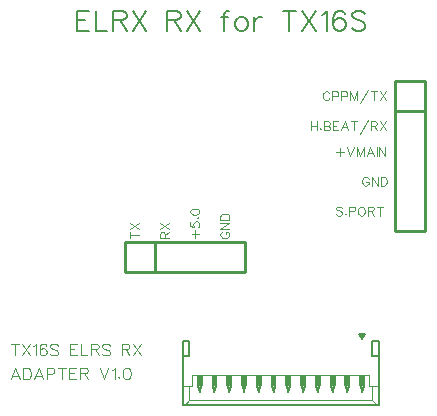
<source format=gto>
G04 Layer: TopSilkscreenLayer*
G04 EasyEDA v6.5.22, 2022-12-22 11:17:51*
G04 ce4e8ce13fa74190b801a80eed42a14c,57500b8d1a72451d9db585c8b3981418,10*
G04 Gerber Generator version 0.2*
G04 Scale: 100 percent, Rotated: No, Reflected: No *
G04 Dimensions in inches *
G04 leading zeros omitted , absolute positions ,3 integer and 6 decimal *
%FSLAX36Y36*%
%MOIN*%

%ADD10C,0.0026*%
%ADD11C,0.0056*%
%ADD12C,0.0032*%
%ADD13C,0.0100*%
%ADD14C,0.0080*%
%ADD15C,0.0020*%
%ADD16C,0.0151*%
%ADD17C,0.0050*%

%LPD*%
D10*
X1111800Y1195000D02*
G01*
X1110400Y1197900D01*
X1107500Y1200800D01*
X1104500Y1202300D01*
X1098700Y1202300D01*
X1095800Y1200800D01*
X1092900Y1197900D01*
X1091500Y1195000D01*
X1090000Y1190700D01*
X1090000Y1183400D01*
X1091500Y1179000D01*
X1092900Y1176100D01*
X1095800Y1173200D01*
X1098700Y1171700D01*
X1104500Y1171700D01*
X1107500Y1173200D01*
X1110400Y1176100D01*
X1111800Y1179000D01*
X1121400Y1202300D02*
G01*
X1121400Y1171700D01*
X1121400Y1202300D02*
G01*
X1134500Y1202300D01*
X1138900Y1200800D01*
X1140300Y1199400D01*
X1141800Y1196500D01*
X1141800Y1192100D01*
X1140300Y1189200D01*
X1138900Y1187700D01*
X1134500Y1186300D01*
X1121400Y1186300D01*
X1151400Y1202300D02*
G01*
X1151400Y1171700D01*
X1151400Y1202300D02*
G01*
X1164500Y1202300D01*
X1168800Y1200800D01*
X1170300Y1199400D01*
X1171700Y1196500D01*
X1171700Y1192100D01*
X1170300Y1189200D01*
X1168800Y1187700D01*
X1164500Y1186300D01*
X1151400Y1186300D01*
X1181300Y1202300D02*
G01*
X1181300Y1171700D01*
X1181300Y1202300D02*
G01*
X1193000Y1171700D01*
X1204600Y1202300D02*
G01*
X1193000Y1171700D01*
X1204600Y1202300D02*
G01*
X1204600Y1171700D01*
X1240400Y1208100D02*
G01*
X1214200Y1161600D01*
X1260200Y1202300D02*
G01*
X1260200Y1171700D01*
X1250000Y1202300D02*
G01*
X1270400Y1202300D01*
X1280000Y1202300D02*
G01*
X1300300Y1171700D01*
X1300300Y1202300D02*
G01*
X1280000Y1171700D01*
X1050020Y1102280D02*
G01*
X1050020Y1071780D01*
X1070320Y1102280D02*
G01*
X1070320Y1071780D01*
X1050020Y1087780D02*
G01*
X1070320Y1087780D01*
X1081420Y1078980D02*
G01*
X1079920Y1077580D01*
X1081420Y1076080D01*
X1082920Y1077580D01*
X1081420Y1078980D01*
X1092520Y1102280D02*
G01*
X1092520Y1071780D01*
X1092520Y1102280D02*
G01*
X1105520Y1102280D01*
X1109920Y1100880D01*
X1111420Y1099380D01*
X1112820Y1096480D01*
X1112820Y1093580D01*
X1111420Y1090680D01*
X1109920Y1089180D01*
X1105520Y1087780D01*
X1092520Y1087780D02*
G01*
X1105520Y1087780D01*
X1109920Y1086280D01*
X1111420Y1084880D01*
X1112820Y1081880D01*
X1112820Y1077580D01*
X1111420Y1074680D01*
X1109920Y1073180D01*
X1105520Y1071780D01*
X1092520Y1071780D01*
X1122420Y1102280D02*
G01*
X1122420Y1071780D01*
X1122420Y1102280D02*
G01*
X1141320Y1102280D01*
X1122420Y1087780D02*
G01*
X1134120Y1087780D01*
X1122420Y1071780D02*
G01*
X1141320Y1071780D01*
X1162620Y1102280D02*
G01*
X1150920Y1071780D01*
X1162620Y1102280D02*
G01*
X1174220Y1071780D01*
X1155320Y1081880D02*
G01*
X1169820Y1081880D01*
X1194020Y1102280D02*
G01*
X1194020Y1071780D01*
X1183820Y1102280D02*
G01*
X1204220Y1102280D01*
X1239920Y1108080D02*
G01*
X1213820Y1061580D01*
X1249520Y1102280D02*
G01*
X1249520Y1071780D01*
X1249520Y1102280D02*
G01*
X1262620Y1102280D01*
X1267020Y1100880D01*
X1268520Y1099380D01*
X1269920Y1096480D01*
X1269920Y1093580D01*
X1268520Y1090680D01*
X1267020Y1089180D01*
X1262620Y1087780D01*
X1249520Y1087780D01*
X1259720Y1087780D02*
G01*
X1269920Y1071780D01*
X1279520Y1102280D02*
G01*
X1299920Y1071780D01*
X1299920Y1102280D02*
G01*
X1279520Y1071780D01*
X1147400Y1013700D02*
G01*
X1147400Y987600D01*
X1134300Y1000699D02*
G01*
X1160500Y1000699D01*
X1170100Y1018100D02*
G01*
X1181700Y987600D01*
X1193300Y1018100D02*
G01*
X1181700Y987600D01*
X1202900Y1018100D02*
G01*
X1202900Y987600D01*
X1202900Y1018100D02*
G01*
X1214600Y987600D01*
X1226200Y1018100D02*
G01*
X1214600Y987600D01*
X1226200Y1018100D02*
G01*
X1226200Y987600D01*
X1247400Y1018100D02*
G01*
X1235800Y987600D01*
X1247400Y1018100D02*
G01*
X1259100Y987600D01*
X1240200Y997700D02*
G01*
X1254700Y997700D01*
X1268700Y1018100D02*
G01*
X1268700Y987600D01*
X1278300Y1018100D02*
G01*
X1278300Y987600D01*
X1278300Y1018100D02*
G01*
X1298600Y987600D01*
X1298600Y1018100D02*
G01*
X1298600Y987600D01*
X1242500Y910800D02*
G01*
X1241000Y913700D01*
X1238100Y916700D01*
X1235200Y918100D01*
X1229400Y918100D01*
X1226500Y916700D01*
X1223600Y913700D01*
X1222100Y910800D01*
X1220700Y906500D01*
X1220700Y899200D01*
X1222100Y894800D01*
X1223600Y891900D01*
X1226500Y889000D01*
X1229400Y887600D01*
X1235200Y887600D01*
X1238100Y889000D01*
X1241000Y891900D01*
X1242500Y894800D01*
X1242500Y899200D01*
X1235200Y899200D02*
G01*
X1242500Y899200D01*
X1252100Y918100D02*
G01*
X1252100Y887600D01*
X1252100Y918100D02*
G01*
X1272500Y887600D01*
X1272500Y918100D02*
G01*
X1272500Y887600D01*
X1282100Y918100D02*
G01*
X1282100Y887600D01*
X1282100Y918100D02*
G01*
X1292200Y918100D01*
X1296600Y916700D01*
X1299500Y913700D01*
X1301000Y910800D01*
X1302400Y906500D01*
X1302400Y899200D01*
X1301000Y894800D01*
X1299500Y891900D01*
X1296600Y889000D01*
X1292200Y887600D01*
X1282100Y887600D01*
X1154600Y813800D02*
G01*
X1151700Y816700D01*
X1147400Y818100D01*
X1141600Y818100D01*
X1137200Y816700D01*
X1134300Y813800D01*
X1134300Y810800D01*
X1135700Y807900D01*
X1137200Y806500D01*
X1140100Y805000D01*
X1148800Y802099D01*
X1151700Y800699D01*
X1153200Y799200D01*
X1154600Y796300D01*
X1154600Y791900D01*
X1151700Y789000D01*
X1147400Y787600D01*
X1141600Y787600D01*
X1137200Y789000D01*
X1134300Y791900D01*
X1165700Y794800D02*
G01*
X1164200Y793400D01*
X1165700Y791900D01*
X1167200Y793400D01*
X1165700Y794800D01*
X1176800Y818100D02*
G01*
X1176800Y787600D01*
X1176800Y818100D02*
G01*
X1189800Y818100D01*
X1194200Y816700D01*
X1195700Y815200D01*
X1197100Y812300D01*
X1197100Y807900D01*
X1195700Y805000D01*
X1194200Y803600D01*
X1189800Y802099D01*
X1176800Y802099D01*
X1215400Y818100D02*
G01*
X1212500Y816700D01*
X1209600Y813800D01*
X1208200Y810800D01*
X1206700Y806500D01*
X1206700Y799200D01*
X1208200Y794800D01*
X1209600Y791900D01*
X1212500Y789000D01*
X1215400Y787600D01*
X1221300Y787600D01*
X1224200Y789000D01*
X1227100Y791900D01*
X1228500Y794800D01*
X1230000Y799200D01*
X1230000Y806500D01*
X1228500Y810800D01*
X1227100Y813800D01*
X1224200Y816700D01*
X1221300Y818100D01*
X1215400Y818100D01*
X1239600Y818100D02*
G01*
X1239600Y787600D01*
X1239600Y818100D02*
G01*
X1252700Y818100D01*
X1257000Y816700D01*
X1258500Y815200D01*
X1260000Y812300D01*
X1260000Y809400D01*
X1258500Y806500D01*
X1257000Y805000D01*
X1252700Y803600D01*
X1239600Y803600D01*
X1249800Y803600D02*
G01*
X1260000Y787600D01*
X1279700Y818100D02*
G01*
X1279700Y787600D01*
X1269600Y818100D02*
G01*
X1289900Y818100D01*
D11*
X269970Y1470680D02*
G01*
X269970Y1403779D01*
X269970Y1470680D02*
G01*
X311370Y1470680D01*
X269970Y1438779D02*
G01*
X295470Y1438779D01*
X269970Y1403779D02*
G01*
X311370Y1403779D01*
X332370Y1470680D02*
G01*
X332370Y1403779D01*
X332370Y1403779D02*
G01*
X370570Y1403779D01*
X391569Y1470680D02*
G01*
X391569Y1403779D01*
X391569Y1470680D02*
G01*
X420170Y1470680D01*
X429769Y1467480D01*
X432870Y1464280D01*
X436070Y1457880D01*
X436070Y1451579D01*
X432870Y1445180D01*
X429769Y1441980D01*
X420170Y1438779D01*
X391569Y1438779D01*
X413770Y1438779D02*
G01*
X436070Y1403779D01*
X457070Y1470680D02*
G01*
X501670Y1403779D01*
X501670Y1470680D02*
G01*
X457070Y1403779D01*
X571670Y1470680D02*
G01*
X571670Y1403779D01*
X571670Y1470680D02*
G01*
X600270Y1470680D01*
X609770Y1467480D01*
X612970Y1464280D01*
X616170Y1457880D01*
X616170Y1451579D01*
X612970Y1445180D01*
X609770Y1441980D01*
X600270Y1438779D01*
X571670Y1438779D01*
X593870Y1438779D02*
G01*
X616170Y1403779D01*
X637170Y1470680D02*
G01*
X681770Y1403779D01*
X681770Y1470680D02*
G01*
X637170Y1403779D01*
X777170Y1470680D02*
G01*
X770770Y1470680D01*
X764470Y1467480D01*
X761270Y1457880D01*
X761270Y1403779D01*
X751770Y1448380D02*
G01*
X773970Y1448380D01*
X814070Y1448380D02*
G01*
X807770Y1445180D01*
X801370Y1438779D01*
X798169Y1429280D01*
X798169Y1422880D01*
X801370Y1413380D01*
X807770Y1406980D01*
X814070Y1403779D01*
X823670Y1403779D01*
X829970Y1406980D01*
X836370Y1413380D01*
X839569Y1422880D01*
X839569Y1429280D01*
X836370Y1438779D01*
X829970Y1445180D01*
X823670Y1448380D01*
X814070Y1448380D01*
X860570Y1448380D02*
G01*
X860570Y1403779D01*
X860570Y1429280D02*
G01*
X863770Y1438779D01*
X870070Y1445180D01*
X876470Y1448380D01*
X885970Y1448380D01*
X978270Y1470680D02*
G01*
X978270Y1403779D01*
X955970Y1470680D02*
G01*
X1000570Y1470680D01*
X1021570Y1470680D02*
G01*
X1066070Y1403779D01*
X1066070Y1470680D02*
G01*
X1021570Y1403779D01*
X1087070Y1457880D02*
G01*
X1093470Y1461080D01*
X1102970Y1470680D01*
X1102970Y1403779D01*
X1162170Y1461080D02*
G01*
X1158970Y1467480D01*
X1149470Y1470680D01*
X1143070Y1470680D01*
X1133570Y1467480D01*
X1127170Y1457880D01*
X1123970Y1441980D01*
X1123970Y1426080D01*
X1127170Y1413380D01*
X1133570Y1406980D01*
X1143070Y1403779D01*
X1146270Y1403779D01*
X1155770Y1406980D01*
X1162170Y1413380D01*
X1165370Y1422880D01*
X1165370Y1426080D01*
X1162170Y1435680D01*
X1155770Y1441980D01*
X1146270Y1445180D01*
X1143070Y1445180D01*
X1133570Y1441980D01*
X1127170Y1435680D01*
X1123970Y1426080D01*
X1230870Y1461080D02*
G01*
X1224570Y1467480D01*
X1214970Y1470680D01*
X1202270Y1470680D01*
X1192770Y1467480D01*
X1186370Y1461080D01*
X1186370Y1454680D01*
X1189570Y1448380D01*
X1192770Y1445180D01*
X1199070Y1441980D01*
X1218170Y1435680D01*
X1224570Y1432480D01*
X1227770Y1429280D01*
X1230870Y1422880D01*
X1230870Y1413380D01*
X1224570Y1406980D01*
X1214970Y1403779D01*
X1202270Y1403779D01*
X1192770Y1406980D01*
X1186370Y1413380D01*
D12*
X62699Y360400D02*
G01*
X62699Y322200D01*
X50000Y360400D02*
G01*
X75500Y360400D01*
X87500Y360400D02*
G01*
X112899Y322200D01*
X112899Y360400D02*
G01*
X87500Y322200D01*
X124900Y353100D02*
G01*
X128500Y354900D01*
X134000Y360400D01*
X134000Y322200D01*
X167800Y354900D02*
G01*
X166000Y358500D01*
X160500Y360400D01*
X156900Y360400D01*
X151500Y358500D01*
X147800Y353100D01*
X146000Y344000D01*
X146000Y334900D01*
X147800Y327600D01*
X151500Y324000D01*
X156900Y322200D01*
X158700Y322200D01*
X164200Y324000D01*
X167800Y327600D01*
X169600Y333100D01*
X169600Y334900D01*
X167800Y340400D01*
X164200Y344000D01*
X158700Y345800D01*
X156900Y345800D01*
X151500Y344000D01*
X147800Y340400D01*
X146000Y334900D01*
X207100Y354900D02*
G01*
X203500Y358500D01*
X198000Y360400D01*
X190700Y360400D01*
X185300Y358500D01*
X181600Y354900D01*
X181600Y351300D01*
X183500Y347600D01*
X185300Y345800D01*
X188900Y344000D01*
X199800Y340400D01*
X203500Y338500D01*
X205300Y336700D01*
X207100Y333100D01*
X207100Y327600D01*
X203500Y324000D01*
X198000Y322200D01*
X190700Y322200D01*
X185300Y324000D01*
X181600Y327600D01*
X247100Y360400D02*
G01*
X247100Y322200D01*
X247100Y360400D02*
G01*
X270700Y360400D01*
X247100Y342200D02*
G01*
X261600Y342200D01*
X247100Y322200D02*
G01*
X270700Y322200D01*
X282700Y360400D02*
G01*
X282700Y322200D01*
X282700Y322200D02*
G01*
X304500Y322200D01*
X316500Y360400D02*
G01*
X316500Y322200D01*
X316500Y360400D02*
G01*
X332900Y360400D01*
X338400Y358500D01*
X340200Y356700D01*
X342000Y353100D01*
X342000Y349500D01*
X340200Y345800D01*
X338400Y344000D01*
X332900Y342200D01*
X316500Y342200D01*
X329300Y342200D02*
G01*
X342000Y322200D01*
X379500Y354900D02*
G01*
X375800Y358500D01*
X370400Y360400D01*
X363100Y360400D01*
X357600Y358500D01*
X354000Y354900D01*
X354000Y351300D01*
X355800Y347600D01*
X357600Y345800D01*
X361300Y344000D01*
X372200Y340400D01*
X375800Y338500D01*
X377600Y336700D01*
X379500Y333100D01*
X379500Y327600D01*
X375800Y324000D01*
X370400Y322200D01*
X363100Y322200D01*
X357600Y324000D01*
X354000Y327600D01*
X419500Y360400D02*
G01*
X419500Y322200D01*
X419500Y360400D02*
G01*
X435800Y360400D01*
X441300Y358500D01*
X443100Y356700D01*
X444900Y353100D01*
X444900Y349500D01*
X443100Y345800D01*
X441300Y344000D01*
X435800Y342200D01*
X419500Y342200D01*
X432200Y342200D02*
G01*
X444900Y322200D01*
X456900Y360400D02*
G01*
X482400Y322200D01*
X482400Y360400D02*
G01*
X456900Y322200D01*
X64500Y280400D02*
G01*
X50000Y242200D01*
X64500Y280400D02*
G01*
X79100Y242200D01*
X55500Y254899D02*
G01*
X73600Y254899D01*
X91100Y280400D02*
G01*
X91100Y242200D01*
X91100Y280400D02*
G01*
X103800Y280400D01*
X109300Y278500D01*
X112899Y274900D01*
X114700Y271300D01*
X116500Y265800D01*
X116500Y256700D01*
X114700Y251300D01*
X112899Y247600D01*
X109300Y244000D01*
X103800Y242200D01*
X91100Y242200D01*
X143100Y280400D02*
G01*
X128500Y242200D01*
X143100Y280400D02*
G01*
X157600Y242200D01*
X134000Y254899D02*
G01*
X152200Y254899D01*
X169600Y280400D02*
G01*
X169600Y242200D01*
X169600Y280400D02*
G01*
X186000Y280400D01*
X191500Y278500D01*
X193299Y276700D01*
X195100Y273100D01*
X195100Y267600D01*
X193299Y264000D01*
X191500Y262200D01*
X186000Y260400D01*
X169600Y260400D01*
X219800Y280400D02*
G01*
X219800Y242200D01*
X207100Y280400D02*
G01*
X232500Y280400D01*
X244500Y280400D02*
G01*
X244500Y242200D01*
X244500Y280400D02*
G01*
X268200Y280400D01*
X244500Y262200D02*
G01*
X259100Y262200D01*
X244500Y242200D02*
G01*
X268200Y242200D01*
X280200Y280400D02*
G01*
X280200Y242200D01*
X280200Y280400D02*
G01*
X296500Y280400D01*
X302000Y278500D01*
X303800Y276700D01*
X305600Y273100D01*
X305600Y269500D01*
X303800Y265800D01*
X302000Y264000D01*
X296500Y262200D01*
X280200Y262200D01*
X292900Y262200D02*
G01*
X305600Y242200D01*
X345600Y280400D02*
G01*
X360200Y242200D01*
X374700Y280400D02*
G01*
X360200Y242200D01*
X386700Y273100D02*
G01*
X390400Y274900D01*
X395800Y280400D01*
X395800Y242200D01*
X409600Y251300D02*
G01*
X407800Y249500D01*
X409600Y247600D01*
X411500Y249500D01*
X409600Y251300D01*
X434400Y280400D02*
G01*
X428900Y278500D01*
X425300Y273100D01*
X423500Y264000D01*
X423500Y258500D01*
X425300Y249500D01*
X428900Y244000D01*
X434400Y242200D01*
X438000Y242200D01*
X443500Y244000D01*
X447100Y249500D01*
X448900Y258500D01*
X448900Y264000D01*
X447100Y273100D01*
X443500Y278500D01*
X438000Y280400D01*
X434400Y280400D01*
X547700Y713000D02*
G01*
X578300Y713000D01*
X547700Y713000D02*
G01*
X547700Y726100D01*
X549200Y730500D01*
X550600Y731900D01*
X553500Y733400D01*
X556400Y733400D01*
X559300Y731900D01*
X560800Y730500D01*
X562300Y726100D01*
X562300Y713000D01*
X562300Y723199D02*
G01*
X578300Y733400D01*
X547700Y743000D02*
G01*
X578300Y763300D01*
X547700Y763300D02*
G01*
X578300Y743000D01*
X447700Y723199D02*
G01*
X478300Y723199D01*
X447700Y713000D02*
G01*
X447700Y733400D01*
X447700Y743000D02*
G01*
X478300Y763300D01*
X447700Y763300D02*
G01*
X478300Y743000D01*
X754940Y734780D02*
G01*
X752039Y733379D01*
X749140Y730480D01*
X747740Y727580D01*
X747740Y721680D01*
X749140Y718780D01*
X752039Y715879D01*
X754940Y714479D01*
X759340Y712980D01*
X766640Y712980D01*
X770939Y714479D01*
X773940Y715879D01*
X776840Y718780D01*
X778240Y721680D01*
X778240Y727580D01*
X776840Y730480D01*
X773940Y733379D01*
X770939Y734780D01*
X766640Y734780D01*
X766640Y727580D02*
G01*
X766640Y734780D01*
X747740Y744380D02*
G01*
X778240Y744380D01*
X747740Y744380D02*
G01*
X778240Y764780D01*
X747740Y764780D02*
G01*
X778240Y764780D01*
X747740Y774380D02*
G01*
X778240Y774380D01*
X747740Y774380D02*
G01*
X747740Y784580D01*
X749140Y788880D01*
X752039Y791880D01*
X754940Y793280D01*
X759340Y794780D01*
X766640Y794780D01*
X770939Y793280D01*
X773940Y791880D01*
X776840Y788880D01*
X778240Y784580D01*
X778240Y774380D01*
X652039Y726080D02*
G01*
X678240Y726080D01*
X665140Y712980D02*
G01*
X665140Y739180D01*
X647740Y766280D02*
G01*
X647740Y751680D01*
X660840Y750280D01*
X659340Y751680D01*
X657940Y756080D01*
X657940Y760380D01*
X659340Y764780D01*
X662240Y767680D01*
X666640Y769180D01*
X669539Y769180D01*
X673940Y767680D01*
X676840Y764780D01*
X678240Y760380D01*
X678240Y756080D01*
X676840Y751680D01*
X675340Y750280D01*
X672440Y748780D01*
X670939Y780180D02*
G01*
X672440Y778780D01*
X673940Y780180D01*
X672440Y781680D01*
X670939Y780180D01*
X647740Y799980D02*
G01*
X649140Y795580D01*
X653540Y792680D01*
X660840Y791280D01*
X665140Y791280D01*
X672440Y792680D01*
X676840Y795580D01*
X678240Y799980D01*
X678240Y802880D01*
X676840Y807280D01*
X672440Y810180D01*
X665140Y811580D01*
X660840Y811580D01*
X653540Y810180D01*
X649140Y807280D01*
X647740Y802880D01*
X647740Y799980D01*
G36*
X1210840Y255400D02*
G01*
X1210840Y220940D01*
X1230520Y220940D01*
X1230520Y255400D01*
G37*
G36*
X1161620Y255400D02*
G01*
X1161620Y220940D01*
X1181300Y220940D01*
X1181300Y255400D01*
G37*
G36*
X1112400Y255400D02*
G01*
X1112400Y220940D01*
X1132100Y220940D01*
X1132100Y255400D01*
G37*
G36*
X1063200Y255400D02*
G01*
X1063200Y220940D01*
X1082880Y220940D01*
X1082880Y255400D01*
G37*
G36*
X1013980Y255400D02*
G01*
X1013980Y220940D01*
X1033660Y220940D01*
X1033660Y255400D01*
G37*
G36*
X964760Y255400D02*
G01*
X964760Y220940D01*
X984460Y220940D01*
X984460Y255400D01*
G37*
G36*
X915560Y255400D02*
G01*
X915560Y220940D01*
X935240Y220940D01*
X935240Y255400D01*
G37*
G36*
X866340Y255400D02*
G01*
X866340Y220940D01*
X886020Y220940D01*
X886020Y255400D01*
G37*
G36*
X817140Y255400D02*
G01*
X817140Y220940D01*
X836820Y220940D01*
X836820Y255400D01*
G37*
G36*
X767920Y255400D02*
G01*
X767920Y220940D01*
X787600Y220940D01*
X787600Y255400D01*
G37*
G36*
X718700Y255400D02*
G01*
X718700Y220940D01*
X738400Y220940D01*
X738400Y255400D01*
G37*
G36*
X669500Y255400D02*
G01*
X669500Y220940D01*
X689180Y220940D01*
X689180Y255400D01*
G37*
G36*
X1210640Y391700D02*
G01*
X1220640Y376700D01*
X1230640Y391700D01*
G37*
D13*
X1331890Y1235820D02*
G01*
X1431890Y1235820D01*
X1431890Y1135820D01*
X1431890Y735830D01*
X1331890Y735830D01*
X1331890Y1235820D01*
X1431890Y1135820D02*
G01*
X1331890Y1135820D01*
D14*
X625200Y319370D02*
G01*
X644880Y319370D01*
X644880Y368579D01*
X624210Y368579D01*
X624210Y156970D01*
X630120Y156970D01*
X1269880Y156970D01*
X1275790Y156970D01*
X1275790Y368579D01*
X1255120Y368579D01*
X1255120Y319370D01*
X1274800Y319370D01*
D15*
X1274800Y220940D02*
G01*
X1255120Y220940D01*
X1245280Y220940D01*
X1245280Y255390D01*
X654730Y255390D01*
X654730Y220940D01*
X644880Y220940D01*
X625200Y220940D01*
D17*
X1210630Y391689D02*
G01*
X1230630Y391689D01*
X1220630Y376689D01*
X1210630Y391689D01*
D15*
X1255120Y220940D02*
G01*
X1255120Y171729D01*
X644880Y171729D01*
X644880Y220940D01*
X1255120Y171729D02*
G01*
X1269880Y156970D01*
X644880Y171729D02*
G01*
X630120Y156970D01*
D14*
X1225590Y220940D02*
G01*
X1220670Y201260D01*
X1215750Y220940D01*
X1176380Y220940D02*
G01*
X1171460Y201260D01*
X1166540Y220940D01*
X1127170Y220940D02*
G01*
X1122240Y201260D01*
X1117320Y220940D01*
X1077950Y220940D02*
G01*
X1073030Y201260D01*
X1068110Y220940D01*
X1028740Y220940D02*
G01*
X1023820Y201260D01*
X1018900Y220940D01*
X979530Y220940D02*
G01*
X974610Y201260D01*
X969689Y220940D01*
X930320Y220940D02*
G01*
X925390Y201260D01*
X920470Y220940D01*
X881100Y220940D02*
G01*
X876180Y201260D01*
X871260Y220940D01*
X831889Y220940D02*
G01*
X826970Y201260D01*
X822050Y220940D01*
X782680Y220940D02*
G01*
X777760Y201260D01*
X772840Y220940D01*
X733470Y220940D02*
G01*
X728540Y201260D01*
X723620Y220940D01*
X684250Y220940D02*
G01*
X679330Y201260D01*
X674410Y220940D01*
D13*
X830000Y700000D02*
G01*
X530000Y700000D01*
X430000Y700000D01*
X430000Y600010D01*
X830000Y600010D01*
X830000Y700000D01*
X530000Y700000D02*
G01*
X530000Y600010D01*
M02*

</source>
